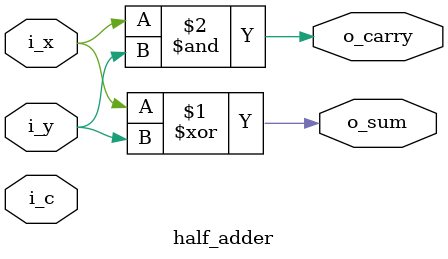
<source format=v>
module half_adder(input i_x,i_y,i_c, output o_sum, o_carry);
	xor gate_xor(o_sum, i_x, i_y);
  and gate_and(o_carry, i_x, i_y);
endmodule

</source>
